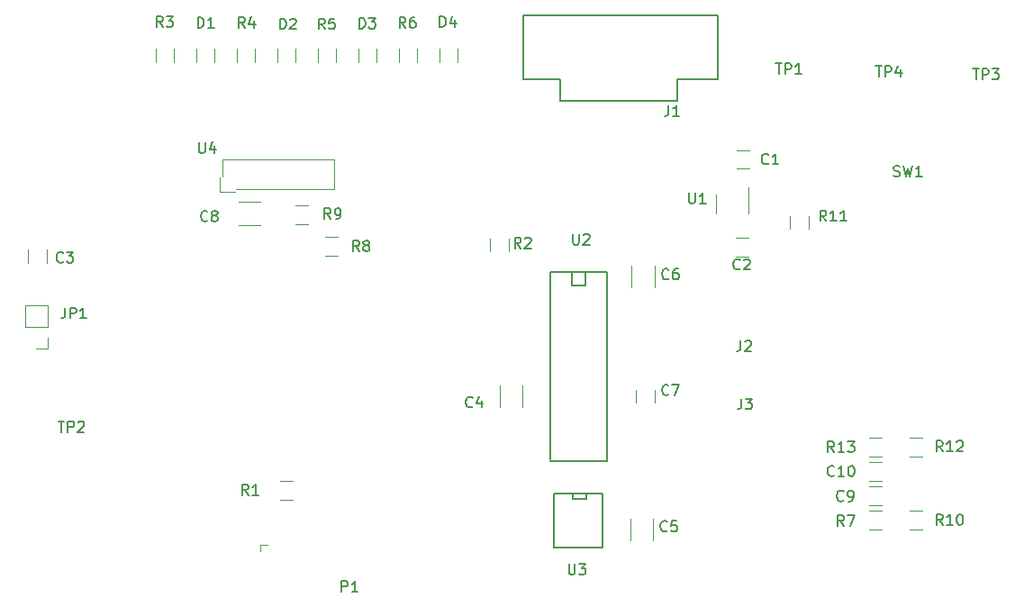
<source format=gbr>
G04 #@! TF.GenerationSoftware,KiCad,Pcbnew,5.1.2-5.1.2*
G04 #@! TF.CreationDate,2019-04-30T10:28:01-04:00*
G04 #@! TF.ProjectId,Controlpanel,436f6e74-726f-46c7-9061-6e656c2e6b69,rev?*
G04 #@! TF.SameCoordinates,Original*
G04 #@! TF.FileFunction,Legend,Top*
G04 #@! TF.FilePolarity,Positive*
%FSLAX46Y46*%
G04 Gerber Fmt 4.6, Leading zero omitted, Abs format (unit mm)*
G04 Created by KiCad (PCBNEW 5.1.2-5.1.2) date 2019-04-30 10:28:01*
%MOMM*%
%LPD*%
G04 APERTURE LIST*
%ADD10C,0.120000*%
%ADD11C,0.150000*%
G04 APERTURE END LIST*
D10*
X180441600Y-103784400D02*
X180441600Y-103149400D01*
X180441600Y-103149400D02*
X181076600Y-103149400D01*
X226406000Y-67809000D02*
X225206000Y-67809000D01*
X225206000Y-66049000D02*
X226406000Y-66049000D01*
X226279000Y-76064000D02*
X225079000Y-76064000D01*
X225079000Y-74304000D02*
X226279000Y-74304000D01*
X160315800Y-75422200D02*
X160315800Y-76622200D01*
X158555800Y-76622200D02*
X158555800Y-75422200D01*
X205082800Y-88204800D02*
X205082800Y-90204800D01*
X202942800Y-90204800D02*
X202942800Y-88204800D01*
X217325600Y-100701600D02*
X217325600Y-102701600D01*
X215185600Y-102701600D02*
X215185600Y-100701600D01*
X215338000Y-78927200D02*
X215338000Y-76927200D01*
X217478000Y-76927200D02*
X217478000Y-78927200D01*
X215705800Y-89804800D02*
X215705800Y-88604800D01*
X217465800Y-88604800D02*
X217465800Y-89804800D01*
X180374800Y-73079000D02*
X178374800Y-73079000D01*
X178374800Y-70939000D02*
X180374800Y-70939000D01*
X238813900Y-99432000D02*
X237613900Y-99432000D01*
X237613900Y-97672000D02*
X238813900Y-97672000D01*
X237616440Y-95386000D02*
X238816440Y-95386000D01*
X238816440Y-97146000D02*
X237616440Y-97146000D01*
X174380000Y-57750000D02*
X174380000Y-56550000D01*
X176140000Y-56550000D02*
X176140000Y-57750000D01*
X183760000Y-56550000D02*
X183760000Y-57750000D01*
X182000000Y-57750000D02*
X182000000Y-56550000D01*
X189620000Y-57750000D02*
X189620000Y-56550000D01*
X191380000Y-56550000D02*
X191380000Y-57750000D01*
X199000000Y-56550000D02*
X199000000Y-57750000D01*
X197240000Y-57750000D02*
X197240000Y-56550000D01*
D11*
X205130000Y-53380000D02*
X223430000Y-53380000D01*
X208630000Y-61380000D02*
X208630000Y-59380000D01*
X208630000Y-59380000D02*
X205130000Y-59380000D01*
X205130000Y-59380000D02*
X205130000Y-53380000D01*
X219630000Y-61380000D02*
X219630000Y-59380000D01*
X219630000Y-59380000D02*
X223430000Y-59380000D01*
X223430000Y-53380000D02*
X223430000Y-59380000D01*
X219630000Y-61380000D02*
X208630000Y-61380000D01*
D10*
X160419600Y-84727600D02*
X159359600Y-84727600D01*
X160419600Y-83667600D02*
X160419600Y-84727600D01*
X160419600Y-82667600D02*
X158299600Y-82667600D01*
X158299600Y-82667600D02*
X158299600Y-80607600D01*
X160419600Y-82667600D02*
X160419600Y-80607600D01*
X160419600Y-80607600D02*
X158299600Y-80607600D01*
X182254600Y-97164000D02*
X183454600Y-97164000D01*
X183454600Y-98924000D02*
X182254600Y-98924000D01*
X203775200Y-74355400D02*
X203775200Y-75555400D01*
X202015200Y-75555400D02*
X202015200Y-74355400D01*
X172330000Y-56550000D02*
X172330000Y-57750000D01*
X170570000Y-57750000D02*
X170570000Y-56550000D01*
X178190000Y-57750000D02*
X178190000Y-56550000D01*
X179950000Y-56550000D02*
X179950000Y-57750000D01*
X187570000Y-56550000D02*
X187570000Y-57750000D01*
X185810000Y-57750000D02*
X185810000Y-56550000D01*
X193430000Y-57750000D02*
X193430000Y-56550000D01*
X195190000Y-56550000D02*
X195190000Y-57750000D01*
X237652000Y-99958000D02*
X238852000Y-99958000D01*
X238852000Y-101718000D02*
X237652000Y-101718000D01*
X187671000Y-75962400D02*
X186471000Y-75962400D01*
X186471000Y-74202400D02*
X187671000Y-74202400D01*
X183702400Y-71230600D02*
X184902400Y-71230600D01*
X184902400Y-72990600D02*
X183702400Y-72990600D01*
X241462000Y-99958000D02*
X242662000Y-99958000D01*
X242662000Y-101718000D02*
X241462000Y-101718000D01*
X230234600Y-73472600D02*
X230234600Y-72272600D01*
X231994600Y-72272600D02*
X231994600Y-73472600D01*
X242662000Y-94860000D02*
X241462000Y-94860000D01*
X241462000Y-93100000D02*
X242662000Y-93100000D01*
X238836760Y-94860000D02*
X237636760Y-94860000D01*
X237636760Y-93100000D02*
X238836760Y-93100000D01*
X226300000Y-72000000D02*
X226300000Y-69570000D01*
X223230000Y-70240000D02*
X223230000Y-72000000D01*
D11*
X209677000Y-78740000D02*
X209677000Y-77470000D01*
X210947000Y-78740000D02*
X209677000Y-78740000D01*
X210947000Y-77470000D02*
X210947000Y-78740000D01*
X212979000Y-77470000D02*
X207645000Y-77470000D01*
X207645000Y-95250000D02*
X212979000Y-95250000D01*
X212979000Y-77470000D02*
X212979000Y-95250000D01*
X207645000Y-95123000D02*
X207645000Y-77470000D01*
X209778600Y-98882200D02*
X209778600Y-98374200D01*
X211048600Y-98882200D02*
X209778600Y-98882200D01*
X211048600Y-98374200D02*
X211048600Y-98882200D01*
X208000600Y-98374200D02*
X212572600Y-98374200D01*
X208000600Y-103454200D02*
X208000600Y-98374200D01*
X212572600Y-103454200D02*
X208000600Y-103454200D01*
X212572600Y-98374200D02*
X212572600Y-103454200D01*
D10*
X176638000Y-69996000D02*
X178038000Y-69996000D01*
X176638000Y-68596000D02*
X176638000Y-69996000D01*
X187348000Y-69746000D02*
X178138000Y-69746000D01*
X187348000Y-66906000D02*
X187348000Y-69746000D01*
X176888000Y-66906000D02*
X187348000Y-66906000D01*
X176888000Y-68496000D02*
X176888000Y-66906000D01*
D11*
X188065184Y-107569260D02*
X188065184Y-106569260D01*
X188446137Y-106569260D01*
X188541375Y-106616880D01*
X188588994Y-106664499D01*
X188636613Y-106759737D01*
X188636613Y-106902594D01*
X188588994Y-106997832D01*
X188541375Y-107045451D01*
X188446137Y-107093070D01*
X188065184Y-107093070D01*
X189588994Y-107569260D02*
X189017565Y-107569260D01*
X189303280Y-107569260D02*
X189303280Y-106569260D01*
X189208041Y-106712118D01*
X189112803Y-106807356D01*
X189017565Y-106854975D01*
X228179333Y-67286142D02*
X228131714Y-67333761D01*
X227988857Y-67381380D01*
X227893619Y-67381380D01*
X227750761Y-67333761D01*
X227655523Y-67238523D01*
X227607904Y-67143285D01*
X227560285Y-66952809D01*
X227560285Y-66809952D01*
X227607904Y-66619476D01*
X227655523Y-66524238D01*
X227750761Y-66429000D01*
X227893619Y-66381380D01*
X227988857Y-66381380D01*
X228131714Y-66429000D01*
X228179333Y-66476619D01*
X229131714Y-67381380D02*
X228560285Y-67381380D01*
X228846000Y-67381380D02*
X228846000Y-66381380D01*
X228750761Y-66524238D01*
X228655523Y-66619476D01*
X228560285Y-66667095D01*
X225512333Y-77191142D02*
X225464714Y-77238761D01*
X225321857Y-77286380D01*
X225226619Y-77286380D01*
X225083761Y-77238761D01*
X224988523Y-77143523D01*
X224940904Y-77048285D01*
X224893285Y-76857809D01*
X224893285Y-76714952D01*
X224940904Y-76524476D01*
X224988523Y-76429238D01*
X225083761Y-76334000D01*
X225226619Y-76286380D01*
X225321857Y-76286380D01*
X225464714Y-76334000D01*
X225512333Y-76381619D01*
X225893285Y-76381619D02*
X225940904Y-76334000D01*
X226036142Y-76286380D01*
X226274238Y-76286380D01*
X226369476Y-76334000D01*
X226417095Y-76381619D01*
X226464714Y-76476857D01*
X226464714Y-76572095D01*
X226417095Y-76714952D01*
X225845666Y-77286380D01*
X226464714Y-77286380D01*
X161885333Y-76531742D02*
X161837714Y-76579361D01*
X161694857Y-76626980D01*
X161599619Y-76626980D01*
X161456761Y-76579361D01*
X161361523Y-76484123D01*
X161313904Y-76388885D01*
X161266285Y-76198409D01*
X161266285Y-76055552D01*
X161313904Y-75865076D01*
X161361523Y-75769838D01*
X161456761Y-75674600D01*
X161599619Y-75626980D01*
X161694857Y-75626980D01*
X161837714Y-75674600D01*
X161885333Y-75722219D01*
X162218666Y-75626980D02*
X162837714Y-75626980D01*
X162504380Y-76007933D01*
X162647238Y-76007933D01*
X162742476Y-76055552D01*
X162790095Y-76103171D01*
X162837714Y-76198409D01*
X162837714Y-76436504D01*
X162790095Y-76531742D01*
X162742476Y-76579361D01*
X162647238Y-76626980D01*
X162361523Y-76626980D01*
X162266285Y-76579361D01*
X162218666Y-76531742D01*
X200366333Y-90146142D02*
X200318714Y-90193761D01*
X200175857Y-90241380D01*
X200080619Y-90241380D01*
X199937761Y-90193761D01*
X199842523Y-90098523D01*
X199794904Y-90003285D01*
X199747285Y-89812809D01*
X199747285Y-89669952D01*
X199794904Y-89479476D01*
X199842523Y-89384238D01*
X199937761Y-89289000D01*
X200080619Y-89241380D01*
X200175857Y-89241380D01*
X200318714Y-89289000D01*
X200366333Y-89336619D01*
X201223476Y-89574714D02*
X201223476Y-90241380D01*
X200985380Y-89193761D02*
X200747285Y-89908047D01*
X201366333Y-89908047D01*
X218654333Y-101804742D02*
X218606714Y-101852361D01*
X218463857Y-101899980D01*
X218368619Y-101899980D01*
X218225761Y-101852361D01*
X218130523Y-101757123D01*
X218082904Y-101661885D01*
X218035285Y-101471409D01*
X218035285Y-101328552D01*
X218082904Y-101138076D01*
X218130523Y-101042838D01*
X218225761Y-100947600D01*
X218368619Y-100899980D01*
X218463857Y-100899980D01*
X218606714Y-100947600D01*
X218654333Y-100995219D01*
X219559095Y-100899980D02*
X219082904Y-100899980D01*
X219035285Y-101376171D01*
X219082904Y-101328552D01*
X219178142Y-101280933D01*
X219416238Y-101280933D01*
X219511476Y-101328552D01*
X219559095Y-101376171D01*
X219606714Y-101471409D01*
X219606714Y-101709504D01*
X219559095Y-101804742D01*
X219511476Y-101852361D01*
X219416238Y-101899980D01*
X219178142Y-101899980D01*
X219082904Y-101852361D01*
X219035285Y-101804742D01*
X218806733Y-78106542D02*
X218759114Y-78154161D01*
X218616257Y-78201780D01*
X218521019Y-78201780D01*
X218378161Y-78154161D01*
X218282923Y-78058923D01*
X218235304Y-77963685D01*
X218187685Y-77773209D01*
X218187685Y-77630352D01*
X218235304Y-77439876D01*
X218282923Y-77344638D01*
X218378161Y-77249400D01*
X218521019Y-77201780D01*
X218616257Y-77201780D01*
X218759114Y-77249400D01*
X218806733Y-77297019D01*
X219663876Y-77201780D02*
X219473400Y-77201780D01*
X219378161Y-77249400D01*
X219330542Y-77297019D01*
X219235304Y-77439876D01*
X219187685Y-77630352D01*
X219187685Y-78011304D01*
X219235304Y-78106542D01*
X219282923Y-78154161D01*
X219378161Y-78201780D01*
X219568638Y-78201780D01*
X219663876Y-78154161D01*
X219711495Y-78106542D01*
X219759114Y-78011304D01*
X219759114Y-77773209D01*
X219711495Y-77677971D01*
X219663876Y-77630352D01*
X219568638Y-77582733D01*
X219378161Y-77582733D01*
X219282923Y-77630352D01*
X219235304Y-77677971D01*
X219187685Y-77773209D01*
X218796573Y-88998062D02*
X218748954Y-89045681D01*
X218606097Y-89093300D01*
X218510859Y-89093300D01*
X218368001Y-89045681D01*
X218272763Y-88950443D01*
X218225144Y-88855205D01*
X218177525Y-88664729D01*
X218177525Y-88521872D01*
X218225144Y-88331396D01*
X218272763Y-88236158D01*
X218368001Y-88140920D01*
X218510859Y-88093300D01*
X218606097Y-88093300D01*
X218748954Y-88140920D01*
X218796573Y-88188539D01*
X219129906Y-88093300D02*
X219796573Y-88093300D01*
X219368001Y-89093300D01*
X175448933Y-72670942D02*
X175401314Y-72718561D01*
X175258457Y-72766180D01*
X175163219Y-72766180D01*
X175020361Y-72718561D01*
X174925123Y-72623323D01*
X174877504Y-72528085D01*
X174829885Y-72337609D01*
X174829885Y-72194752D01*
X174877504Y-72004276D01*
X174925123Y-71909038D01*
X175020361Y-71813800D01*
X175163219Y-71766180D01*
X175258457Y-71766180D01*
X175401314Y-71813800D01*
X175448933Y-71861419D01*
X176020361Y-72194752D02*
X175925123Y-72147133D01*
X175877504Y-72099514D01*
X175829885Y-72004276D01*
X175829885Y-71956657D01*
X175877504Y-71861419D01*
X175925123Y-71813800D01*
X176020361Y-71766180D01*
X176210838Y-71766180D01*
X176306076Y-71813800D01*
X176353695Y-71861419D01*
X176401314Y-71956657D01*
X176401314Y-72004276D01*
X176353695Y-72099514D01*
X176306076Y-72147133D01*
X176210838Y-72194752D01*
X176020361Y-72194752D01*
X175925123Y-72242371D01*
X175877504Y-72289990D01*
X175829885Y-72385228D01*
X175829885Y-72575704D01*
X175877504Y-72670942D01*
X175925123Y-72718561D01*
X176020361Y-72766180D01*
X176210838Y-72766180D01*
X176306076Y-72718561D01*
X176353695Y-72670942D01*
X176401314Y-72575704D01*
X176401314Y-72385228D01*
X176353695Y-72289990D01*
X176306076Y-72242371D01*
X176210838Y-72194752D01*
X235240533Y-98959942D02*
X235192914Y-99007561D01*
X235050057Y-99055180D01*
X234954819Y-99055180D01*
X234811961Y-99007561D01*
X234716723Y-98912323D01*
X234669104Y-98817085D01*
X234621485Y-98626609D01*
X234621485Y-98483752D01*
X234669104Y-98293276D01*
X234716723Y-98198038D01*
X234811961Y-98102800D01*
X234954819Y-98055180D01*
X235050057Y-98055180D01*
X235192914Y-98102800D01*
X235240533Y-98150419D01*
X235716723Y-99055180D02*
X235907200Y-99055180D01*
X236002438Y-99007561D01*
X236050057Y-98959942D01*
X236145295Y-98817085D01*
X236192914Y-98626609D01*
X236192914Y-98245657D01*
X236145295Y-98150419D01*
X236097676Y-98102800D01*
X236002438Y-98055180D01*
X235811961Y-98055180D01*
X235716723Y-98102800D01*
X235669104Y-98150419D01*
X235621485Y-98245657D01*
X235621485Y-98483752D01*
X235669104Y-98578990D01*
X235716723Y-98626609D01*
X235811961Y-98674228D01*
X236002438Y-98674228D01*
X236097676Y-98626609D01*
X236145295Y-98578990D01*
X236192914Y-98483752D01*
X234357942Y-96623142D02*
X234310323Y-96670761D01*
X234167466Y-96718380D01*
X234072228Y-96718380D01*
X233929371Y-96670761D01*
X233834133Y-96575523D01*
X233786514Y-96480285D01*
X233738895Y-96289809D01*
X233738895Y-96146952D01*
X233786514Y-95956476D01*
X233834133Y-95861238D01*
X233929371Y-95766000D01*
X234072228Y-95718380D01*
X234167466Y-95718380D01*
X234310323Y-95766000D01*
X234357942Y-95813619D01*
X235310323Y-96718380D02*
X234738895Y-96718380D01*
X235024609Y-96718380D02*
X235024609Y-95718380D01*
X234929371Y-95861238D01*
X234834133Y-95956476D01*
X234738895Y-96004095D01*
X235929371Y-95718380D02*
X236024609Y-95718380D01*
X236119847Y-95766000D01*
X236167466Y-95813619D01*
X236215085Y-95908857D01*
X236262704Y-96099333D01*
X236262704Y-96337428D01*
X236215085Y-96527904D01*
X236167466Y-96623142D01*
X236119847Y-96670761D01*
X236024609Y-96718380D01*
X235929371Y-96718380D01*
X235834133Y-96670761D01*
X235786514Y-96623142D01*
X235738895Y-96527904D01*
X235691276Y-96337428D01*
X235691276Y-96099333D01*
X235738895Y-95908857D01*
X235786514Y-95813619D01*
X235834133Y-95766000D01*
X235929371Y-95718380D01*
X174534604Y-54541680D02*
X174534604Y-53541680D01*
X174772700Y-53541680D01*
X174915557Y-53589300D01*
X175010795Y-53684538D01*
X175058414Y-53779776D01*
X175106033Y-53970252D01*
X175106033Y-54113109D01*
X175058414Y-54303585D01*
X175010795Y-54398823D01*
X174915557Y-54494061D01*
X174772700Y-54541680D01*
X174534604Y-54541680D01*
X176058414Y-54541680D02*
X175486985Y-54541680D01*
X175772700Y-54541680D02*
X175772700Y-53541680D01*
X175677461Y-53684538D01*
X175582223Y-53779776D01*
X175486985Y-53827395D01*
X182258744Y-54681380D02*
X182258744Y-53681380D01*
X182496840Y-53681380D01*
X182639697Y-53729000D01*
X182734935Y-53824238D01*
X182782554Y-53919476D01*
X182830173Y-54109952D01*
X182830173Y-54252809D01*
X182782554Y-54443285D01*
X182734935Y-54538523D01*
X182639697Y-54633761D01*
X182496840Y-54681380D01*
X182258744Y-54681380D01*
X183211125Y-53776619D02*
X183258744Y-53729000D01*
X183353982Y-53681380D01*
X183592078Y-53681380D01*
X183687316Y-53729000D01*
X183734935Y-53776619D01*
X183782554Y-53871857D01*
X183782554Y-53967095D01*
X183734935Y-54109952D01*
X183163506Y-54681380D01*
X183782554Y-54681380D01*
X189711104Y-54615340D02*
X189711104Y-53615340D01*
X189949200Y-53615340D01*
X190092057Y-53662960D01*
X190187295Y-53758198D01*
X190234914Y-53853436D01*
X190282533Y-54043912D01*
X190282533Y-54186769D01*
X190234914Y-54377245D01*
X190187295Y-54472483D01*
X190092057Y-54567721D01*
X189949200Y-54615340D01*
X189711104Y-54615340D01*
X190615866Y-53615340D02*
X191234914Y-53615340D01*
X190901580Y-53996293D01*
X191044438Y-53996293D01*
X191139676Y-54043912D01*
X191187295Y-54091531D01*
X191234914Y-54186769D01*
X191234914Y-54424864D01*
X191187295Y-54520102D01*
X191139676Y-54567721D01*
X191044438Y-54615340D01*
X190758723Y-54615340D01*
X190663485Y-54567721D01*
X190615866Y-54520102D01*
X197295544Y-54478180D02*
X197295544Y-53478180D01*
X197533640Y-53478180D01*
X197676497Y-53525800D01*
X197771735Y-53621038D01*
X197819354Y-53716276D01*
X197866973Y-53906752D01*
X197866973Y-54049609D01*
X197819354Y-54240085D01*
X197771735Y-54335323D01*
X197676497Y-54430561D01*
X197533640Y-54478180D01*
X197295544Y-54478180D01*
X198724116Y-53811514D02*
X198724116Y-54478180D01*
X198486020Y-53430561D02*
X198247925Y-54144847D01*
X198866973Y-54144847D01*
X218796666Y-61832380D02*
X218796666Y-62546666D01*
X218749047Y-62689523D01*
X218653809Y-62784761D01*
X218510952Y-62832380D01*
X218415714Y-62832380D01*
X219796666Y-62832380D02*
X219225238Y-62832380D01*
X219510952Y-62832380D02*
X219510952Y-61832380D01*
X219415714Y-61975238D01*
X219320476Y-62070476D01*
X219225238Y-62118095D01*
X225566266Y-83951580D02*
X225566266Y-84665866D01*
X225518647Y-84808723D01*
X225423409Y-84903961D01*
X225280552Y-84951580D01*
X225185314Y-84951580D01*
X225994838Y-84046819D02*
X226042457Y-83999200D01*
X226137695Y-83951580D01*
X226375790Y-83951580D01*
X226471028Y-83999200D01*
X226518647Y-84046819D01*
X226566266Y-84142057D01*
X226566266Y-84237295D01*
X226518647Y-84380152D01*
X225947219Y-84951580D01*
X226566266Y-84951580D01*
X225642466Y-89412580D02*
X225642466Y-90126866D01*
X225594847Y-90269723D01*
X225499609Y-90364961D01*
X225356752Y-90412580D01*
X225261514Y-90412580D01*
X226023419Y-89412580D02*
X226642466Y-89412580D01*
X226309133Y-89793533D01*
X226451990Y-89793533D01*
X226547228Y-89841152D01*
X226594847Y-89888771D01*
X226642466Y-89984009D01*
X226642466Y-90222104D01*
X226594847Y-90317342D01*
X226547228Y-90364961D01*
X226451990Y-90412580D01*
X226166276Y-90412580D01*
X226071038Y-90364961D01*
X226023419Y-90317342D01*
X162056866Y-80859380D02*
X162056866Y-81573666D01*
X162009247Y-81716523D01*
X161914009Y-81811761D01*
X161771152Y-81859380D01*
X161675914Y-81859380D01*
X162533057Y-81859380D02*
X162533057Y-80859380D01*
X162914009Y-80859380D01*
X163009247Y-80907000D01*
X163056866Y-80954619D01*
X163104485Y-81049857D01*
X163104485Y-81192714D01*
X163056866Y-81287952D01*
X163009247Y-81335571D01*
X162914009Y-81383190D01*
X162533057Y-81383190D01*
X164056866Y-81859380D02*
X163485438Y-81859380D01*
X163771152Y-81859380D02*
X163771152Y-80859380D01*
X163675914Y-81002238D01*
X163580676Y-81097476D01*
X163485438Y-81145095D01*
X179289413Y-98465900D02*
X178956080Y-97989710D01*
X178717984Y-98465900D02*
X178717984Y-97465900D01*
X179098937Y-97465900D01*
X179194175Y-97513520D01*
X179241794Y-97561139D01*
X179289413Y-97656377D01*
X179289413Y-97799234D01*
X179241794Y-97894472D01*
X179194175Y-97942091D01*
X179098937Y-97989710D01*
X178717984Y-97989710D01*
X180241794Y-98465900D02*
X179670365Y-98465900D01*
X179956080Y-98465900D02*
X179956080Y-97465900D01*
X179860841Y-97608758D01*
X179765603Y-97703996D01*
X179670365Y-97751615D01*
X204912933Y-75275700D02*
X204579600Y-74799510D01*
X204341504Y-75275700D02*
X204341504Y-74275700D01*
X204722457Y-74275700D01*
X204817695Y-74323320D01*
X204865314Y-74370939D01*
X204912933Y-74466177D01*
X204912933Y-74609034D01*
X204865314Y-74704272D01*
X204817695Y-74751891D01*
X204722457Y-74799510D01*
X204341504Y-74799510D01*
X205293885Y-74370939D02*
X205341504Y-74323320D01*
X205436742Y-74275700D01*
X205674838Y-74275700D01*
X205770076Y-74323320D01*
X205817695Y-74370939D01*
X205865314Y-74466177D01*
X205865314Y-74561415D01*
X205817695Y-74704272D01*
X205246266Y-75275700D01*
X205865314Y-75275700D01*
X171245233Y-54478180D02*
X170911900Y-54001990D01*
X170673804Y-54478180D02*
X170673804Y-53478180D01*
X171054757Y-53478180D01*
X171149995Y-53525800D01*
X171197614Y-53573419D01*
X171245233Y-53668657D01*
X171245233Y-53811514D01*
X171197614Y-53906752D01*
X171149995Y-53954371D01*
X171054757Y-54001990D01*
X170673804Y-54001990D01*
X171578566Y-53478180D02*
X172197614Y-53478180D01*
X171864280Y-53859133D01*
X172007138Y-53859133D01*
X172102376Y-53906752D01*
X172149995Y-53954371D01*
X172197614Y-54049609D01*
X172197614Y-54287704D01*
X172149995Y-54382942D01*
X172102376Y-54430561D01*
X172007138Y-54478180D01*
X171721423Y-54478180D01*
X171626185Y-54430561D01*
X171578566Y-54382942D01*
X178966833Y-54541680D02*
X178633500Y-54065490D01*
X178395404Y-54541680D02*
X178395404Y-53541680D01*
X178776357Y-53541680D01*
X178871595Y-53589300D01*
X178919214Y-53636919D01*
X178966833Y-53732157D01*
X178966833Y-53875014D01*
X178919214Y-53970252D01*
X178871595Y-54017871D01*
X178776357Y-54065490D01*
X178395404Y-54065490D01*
X179823976Y-53875014D02*
X179823976Y-54541680D01*
X179585880Y-53494061D02*
X179347785Y-54208347D01*
X179966833Y-54208347D01*
X186487773Y-54681380D02*
X186154440Y-54205190D01*
X185916344Y-54681380D02*
X185916344Y-53681380D01*
X186297297Y-53681380D01*
X186392535Y-53729000D01*
X186440154Y-53776619D01*
X186487773Y-53871857D01*
X186487773Y-54014714D01*
X186440154Y-54109952D01*
X186392535Y-54157571D01*
X186297297Y-54205190D01*
X185916344Y-54205190D01*
X187392535Y-53681380D02*
X186916344Y-53681380D01*
X186868725Y-54157571D01*
X186916344Y-54109952D01*
X187011582Y-54062333D01*
X187249678Y-54062333D01*
X187344916Y-54109952D01*
X187392535Y-54157571D01*
X187440154Y-54252809D01*
X187440154Y-54490904D01*
X187392535Y-54586142D01*
X187344916Y-54633761D01*
X187249678Y-54681380D01*
X187011582Y-54681380D01*
X186916344Y-54633761D01*
X186868725Y-54586142D01*
X194077293Y-54544220D02*
X193743960Y-54068030D01*
X193505864Y-54544220D02*
X193505864Y-53544220D01*
X193886817Y-53544220D01*
X193982055Y-53591840D01*
X194029674Y-53639459D01*
X194077293Y-53734697D01*
X194077293Y-53877554D01*
X194029674Y-53972792D01*
X193982055Y-54020411D01*
X193886817Y-54068030D01*
X193505864Y-54068030D01*
X194934436Y-53544220D02*
X194743960Y-53544220D01*
X194648721Y-53591840D01*
X194601102Y-53639459D01*
X194505864Y-53782316D01*
X194458245Y-53972792D01*
X194458245Y-54353744D01*
X194505864Y-54448982D01*
X194553483Y-54496601D01*
X194648721Y-54544220D01*
X194839198Y-54544220D01*
X194934436Y-54496601D01*
X194982055Y-54448982D01*
X195029674Y-54353744D01*
X195029674Y-54115649D01*
X194982055Y-54020411D01*
X194934436Y-53972792D01*
X194839198Y-53925173D01*
X194648721Y-53925173D01*
X194553483Y-53972792D01*
X194505864Y-54020411D01*
X194458245Y-54115649D01*
X235291333Y-101391980D02*
X234958000Y-100915790D01*
X234719904Y-101391980D02*
X234719904Y-100391980D01*
X235100857Y-100391980D01*
X235196095Y-100439600D01*
X235243714Y-100487219D01*
X235291333Y-100582457D01*
X235291333Y-100725314D01*
X235243714Y-100820552D01*
X235196095Y-100868171D01*
X235100857Y-100915790D01*
X234719904Y-100915790D01*
X235624666Y-100391980D02*
X236291333Y-100391980D01*
X235862761Y-101391980D01*
X189723733Y-75560180D02*
X189390400Y-75083990D01*
X189152304Y-75560180D02*
X189152304Y-74560180D01*
X189533257Y-74560180D01*
X189628495Y-74607800D01*
X189676114Y-74655419D01*
X189723733Y-74750657D01*
X189723733Y-74893514D01*
X189676114Y-74988752D01*
X189628495Y-75036371D01*
X189533257Y-75083990D01*
X189152304Y-75083990D01*
X190295161Y-74988752D02*
X190199923Y-74941133D01*
X190152304Y-74893514D01*
X190104685Y-74798276D01*
X190104685Y-74750657D01*
X190152304Y-74655419D01*
X190199923Y-74607800D01*
X190295161Y-74560180D01*
X190485638Y-74560180D01*
X190580876Y-74607800D01*
X190628495Y-74655419D01*
X190676114Y-74750657D01*
X190676114Y-74798276D01*
X190628495Y-74893514D01*
X190580876Y-74941133D01*
X190485638Y-74988752D01*
X190295161Y-74988752D01*
X190199923Y-75036371D01*
X190152304Y-75083990D01*
X190104685Y-75179228D01*
X190104685Y-75369704D01*
X190152304Y-75464942D01*
X190199923Y-75512561D01*
X190295161Y-75560180D01*
X190485638Y-75560180D01*
X190580876Y-75512561D01*
X190628495Y-75464942D01*
X190676114Y-75369704D01*
X190676114Y-75179228D01*
X190628495Y-75083990D01*
X190580876Y-75036371D01*
X190485638Y-74988752D01*
X187031333Y-72512180D02*
X186698000Y-72035990D01*
X186459904Y-72512180D02*
X186459904Y-71512180D01*
X186840857Y-71512180D01*
X186936095Y-71559800D01*
X186983714Y-71607419D01*
X187031333Y-71702657D01*
X187031333Y-71845514D01*
X186983714Y-71940752D01*
X186936095Y-71988371D01*
X186840857Y-72035990D01*
X186459904Y-72035990D01*
X187507523Y-72512180D02*
X187698000Y-72512180D01*
X187793238Y-72464561D01*
X187840857Y-72416942D01*
X187936095Y-72274085D01*
X187983714Y-72083609D01*
X187983714Y-71702657D01*
X187936095Y-71607419D01*
X187888476Y-71559800D01*
X187793238Y-71512180D01*
X187602761Y-71512180D01*
X187507523Y-71559800D01*
X187459904Y-71607419D01*
X187412285Y-71702657D01*
X187412285Y-71940752D01*
X187459904Y-72035990D01*
X187507523Y-72083609D01*
X187602761Y-72131228D01*
X187793238Y-72131228D01*
X187888476Y-72083609D01*
X187936095Y-72035990D01*
X187983714Y-71940752D01*
X244568742Y-101290380D02*
X244235409Y-100814190D01*
X243997314Y-101290380D02*
X243997314Y-100290380D01*
X244378266Y-100290380D01*
X244473504Y-100338000D01*
X244521123Y-100385619D01*
X244568742Y-100480857D01*
X244568742Y-100623714D01*
X244521123Y-100718952D01*
X244473504Y-100766571D01*
X244378266Y-100814190D01*
X243997314Y-100814190D01*
X245521123Y-101290380D02*
X244949695Y-101290380D01*
X245235409Y-101290380D02*
X245235409Y-100290380D01*
X245140171Y-100433238D01*
X245044933Y-100528476D01*
X244949695Y-100576095D01*
X246140171Y-100290380D02*
X246235409Y-100290380D01*
X246330647Y-100338000D01*
X246378266Y-100385619D01*
X246425885Y-100480857D01*
X246473504Y-100671333D01*
X246473504Y-100909428D01*
X246425885Y-101099904D01*
X246378266Y-101195142D01*
X246330647Y-101242761D01*
X246235409Y-101290380D01*
X246140171Y-101290380D01*
X246044933Y-101242761D01*
X245997314Y-101195142D01*
X245949695Y-101099904D01*
X245902076Y-100909428D01*
X245902076Y-100671333D01*
X245949695Y-100480857D01*
X245997314Y-100385619D01*
X246044933Y-100338000D01*
X246140171Y-100290380D01*
X233621342Y-72715380D02*
X233288009Y-72239190D01*
X233049914Y-72715380D02*
X233049914Y-71715380D01*
X233430866Y-71715380D01*
X233526104Y-71763000D01*
X233573723Y-71810619D01*
X233621342Y-71905857D01*
X233621342Y-72048714D01*
X233573723Y-72143952D01*
X233526104Y-72191571D01*
X233430866Y-72239190D01*
X233049914Y-72239190D01*
X234573723Y-72715380D02*
X234002295Y-72715380D01*
X234288009Y-72715380D02*
X234288009Y-71715380D01*
X234192771Y-71858238D01*
X234097533Y-71953476D01*
X234002295Y-72001095D01*
X235526104Y-72715380D02*
X234954676Y-72715380D01*
X235240390Y-72715380D02*
X235240390Y-71715380D01*
X235145152Y-71858238D01*
X235049914Y-71953476D01*
X234954676Y-72001095D01*
X244568742Y-94381580D02*
X244235409Y-93905390D01*
X243997314Y-94381580D02*
X243997314Y-93381580D01*
X244378266Y-93381580D01*
X244473504Y-93429200D01*
X244521123Y-93476819D01*
X244568742Y-93572057D01*
X244568742Y-93714914D01*
X244521123Y-93810152D01*
X244473504Y-93857771D01*
X244378266Y-93905390D01*
X243997314Y-93905390D01*
X245521123Y-94381580D02*
X244949695Y-94381580D01*
X245235409Y-94381580D02*
X245235409Y-93381580D01*
X245140171Y-93524438D01*
X245044933Y-93619676D01*
X244949695Y-93667295D01*
X245902076Y-93476819D02*
X245949695Y-93429200D01*
X246044933Y-93381580D01*
X246283028Y-93381580D01*
X246378266Y-93429200D01*
X246425885Y-93476819D01*
X246473504Y-93572057D01*
X246473504Y-93667295D01*
X246425885Y-93810152D01*
X245854457Y-94381580D01*
X246473504Y-94381580D01*
X234357942Y-94432380D02*
X234024609Y-93956190D01*
X233786514Y-94432380D02*
X233786514Y-93432380D01*
X234167466Y-93432380D01*
X234262704Y-93480000D01*
X234310323Y-93527619D01*
X234357942Y-93622857D01*
X234357942Y-93765714D01*
X234310323Y-93860952D01*
X234262704Y-93908571D01*
X234167466Y-93956190D01*
X233786514Y-93956190D01*
X235310323Y-94432380D02*
X234738895Y-94432380D01*
X235024609Y-94432380D02*
X235024609Y-93432380D01*
X234929371Y-93575238D01*
X234834133Y-93670476D01*
X234738895Y-93718095D01*
X235643657Y-93432380D02*
X236262704Y-93432380D01*
X235929371Y-93813333D01*
X236072228Y-93813333D01*
X236167466Y-93860952D01*
X236215085Y-93908571D01*
X236262704Y-94003809D01*
X236262704Y-94241904D01*
X236215085Y-94337142D01*
X236167466Y-94384761D01*
X236072228Y-94432380D01*
X235786514Y-94432380D01*
X235691276Y-94384761D01*
X235643657Y-94337142D01*
X239966666Y-68476761D02*
X240109523Y-68524380D01*
X240347619Y-68524380D01*
X240442857Y-68476761D01*
X240490476Y-68429142D01*
X240538095Y-68333904D01*
X240538095Y-68238666D01*
X240490476Y-68143428D01*
X240442857Y-68095809D01*
X240347619Y-68048190D01*
X240157142Y-68000571D01*
X240061904Y-67952952D01*
X240014285Y-67905333D01*
X239966666Y-67810095D01*
X239966666Y-67714857D01*
X240014285Y-67619619D01*
X240061904Y-67572000D01*
X240157142Y-67524380D01*
X240395238Y-67524380D01*
X240538095Y-67572000D01*
X240871428Y-67524380D02*
X241109523Y-68524380D01*
X241300000Y-67810095D01*
X241490476Y-68524380D01*
X241728571Y-67524380D01*
X242633333Y-68524380D02*
X242061904Y-68524380D01*
X242347619Y-68524380D02*
X242347619Y-67524380D01*
X242252380Y-67667238D01*
X242157142Y-67762476D01*
X242061904Y-67810095D01*
X228870095Y-57904380D02*
X229441523Y-57904380D01*
X229155809Y-58904380D02*
X229155809Y-57904380D01*
X229774857Y-58904380D02*
X229774857Y-57904380D01*
X230155809Y-57904380D01*
X230251047Y-57952000D01*
X230298666Y-57999619D01*
X230346285Y-58094857D01*
X230346285Y-58237714D01*
X230298666Y-58332952D01*
X230251047Y-58380571D01*
X230155809Y-58428190D01*
X229774857Y-58428190D01*
X231298666Y-58904380D02*
X230727238Y-58904380D01*
X231012952Y-58904380D02*
X231012952Y-57904380D01*
X230917714Y-58047238D01*
X230822476Y-58142476D01*
X230727238Y-58190095D01*
X161425095Y-91552780D02*
X161996523Y-91552780D01*
X161710809Y-92552780D02*
X161710809Y-91552780D01*
X162329857Y-92552780D02*
X162329857Y-91552780D01*
X162710809Y-91552780D01*
X162806047Y-91600400D01*
X162853666Y-91648019D01*
X162901285Y-91743257D01*
X162901285Y-91886114D01*
X162853666Y-91981352D01*
X162806047Y-92028971D01*
X162710809Y-92076590D01*
X162329857Y-92076590D01*
X163282238Y-91648019D02*
X163329857Y-91600400D01*
X163425095Y-91552780D01*
X163663190Y-91552780D01*
X163758428Y-91600400D01*
X163806047Y-91648019D01*
X163853666Y-91743257D01*
X163853666Y-91838495D01*
X163806047Y-91981352D01*
X163234619Y-92552780D01*
X163853666Y-92552780D01*
X247412095Y-58412380D02*
X247983523Y-58412380D01*
X247697809Y-59412380D02*
X247697809Y-58412380D01*
X248316857Y-59412380D02*
X248316857Y-58412380D01*
X248697809Y-58412380D01*
X248793047Y-58460000D01*
X248840666Y-58507619D01*
X248888285Y-58602857D01*
X248888285Y-58745714D01*
X248840666Y-58840952D01*
X248793047Y-58888571D01*
X248697809Y-58936190D01*
X248316857Y-58936190D01*
X249221619Y-58412380D02*
X249840666Y-58412380D01*
X249507333Y-58793333D01*
X249650190Y-58793333D01*
X249745428Y-58840952D01*
X249793047Y-58888571D01*
X249840666Y-58983809D01*
X249840666Y-59221904D01*
X249793047Y-59317142D01*
X249745428Y-59364761D01*
X249650190Y-59412380D01*
X249364476Y-59412380D01*
X249269238Y-59364761D01*
X249221619Y-59317142D01*
X238268095Y-58158380D02*
X238839523Y-58158380D01*
X238553809Y-59158380D02*
X238553809Y-58158380D01*
X239172857Y-59158380D02*
X239172857Y-58158380D01*
X239553809Y-58158380D01*
X239649047Y-58206000D01*
X239696666Y-58253619D01*
X239744285Y-58348857D01*
X239744285Y-58491714D01*
X239696666Y-58586952D01*
X239649047Y-58634571D01*
X239553809Y-58682190D01*
X239172857Y-58682190D01*
X240601428Y-58491714D02*
X240601428Y-59158380D01*
X240363333Y-58110761D02*
X240125238Y-58825047D01*
X240744285Y-58825047D01*
X220713395Y-70077080D02*
X220713395Y-70886604D01*
X220761014Y-70981842D01*
X220808633Y-71029461D01*
X220903871Y-71077080D01*
X221094347Y-71077080D01*
X221189585Y-71029461D01*
X221237204Y-70981842D01*
X221284823Y-70886604D01*
X221284823Y-70077080D01*
X222284823Y-71077080D02*
X221713395Y-71077080D01*
X221999109Y-71077080D02*
X221999109Y-70077080D01*
X221903871Y-70219938D01*
X221808633Y-70315176D01*
X221713395Y-70362795D01*
X209804095Y-73937880D02*
X209804095Y-74747404D01*
X209851714Y-74842642D01*
X209899333Y-74890261D01*
X209994571Y-74937880D01*
X210185047Y-74937880D01*
X210280285Y-74890261D01*
X210327904Y-74842642D01*
X210375523Y-74747404D01*
X210375523Y-73937880D01*
X210804095Y-74033119D02*
X210851714Y-73985500D01*
X210946952Y-73937880D01*
X211185047Y-73937880D01*
X211280285Y-73985500D01*
X211327904Y-74033119D01*
X211375523Y-74128357D01*
X211375523Y-74223595D01*
X211327904Y-74366452D01*
X210756476Y-74937880D01*
X211375523Y-74937880D01*
X209418015Y-104943660D02*
X209418015Y-105753184D01*
X209465634Y-105848422D01*
X209513253Y-105896041D01*
X209608491Y-105943660D01*
X209798967Y-105943660D01*
X209894205Y-105896041D01*
X209941824Y-105848422D01*
X209989443Y-105753184D01*
X209989443Y-104943660D01*
X210370396Y-104943660D02*
X210989443Y-104943660D01*
X210656110Y-105324613D01*
X210798967Y-105324613D01*
X210894205Y-105372232D01*
X210941824Y-105419851D01*
X210989443Y-105515089D01*
X210989443Y-105753184D01*
X210941824Y-105848422D01*
X210894205Y-105896041D01*
X210798967Y-105943660D01*
X210513253Y-105943660D01*
X210418015Y-105896041D01*
X210370396Y-105848422D01*
X174650495Y-65314580D02*
X174650495Y-66124104D01*
X174698114Y-66219342D01*
X174745733Y-66266961D01*
X174840971Y-66314580D01*
X175031447Y-66314580D01*
X175126685Y-66266961D01*
X175174304Y-66219342D01*
X175221923Y-66124104D01*
X175221923Y-65314580D01*
X176126685Y-65647914D02*
X176126685Y-66314580D01*
X175888590Y-65266961D02*
X175650495Y-65981247D01*
X176269542Y-65981247D01*
M02*

</source>
